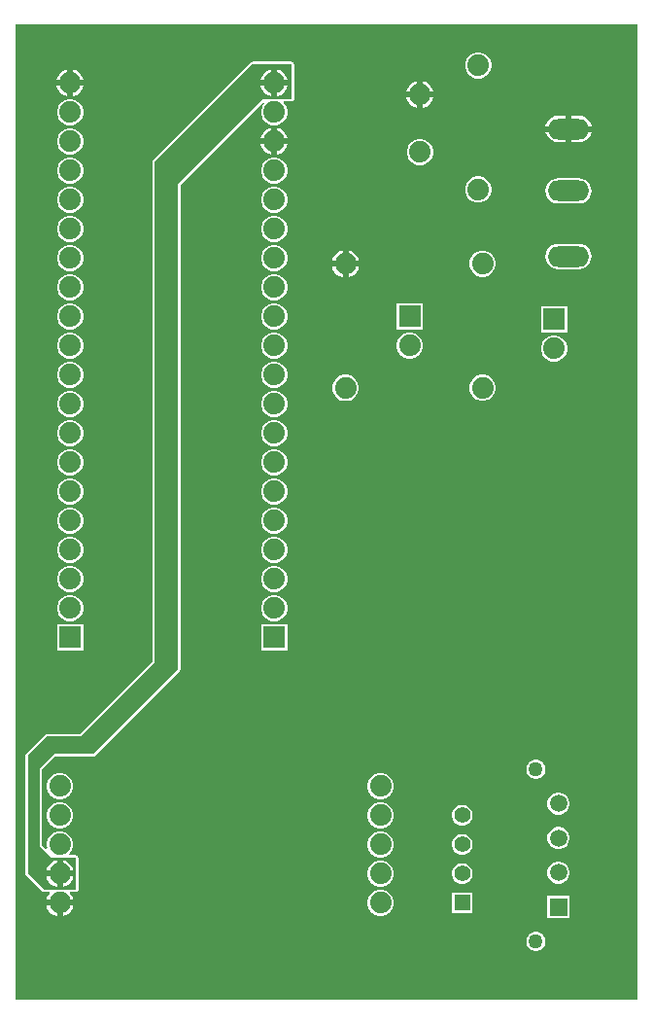
<source format=gbl>
G04*
G04 #@! TF.GenerationSoftware,Altium Limited,Altium Designer,22.8.2 (66)*
G04*
G04 Layer_Physical_Order=2*
G04 Layer_Color=16711680*
%FSLAX25Y25*%
%MOIN*%
G70*
G04*
G04 #@! TF.SameCoordinates,4CFF4697-AE4C-4395-87EC-722ADA673B8C*
G04*
G04*
G04 #@! TF.FilePolarity,Positive*
G04*
G01*
G75*
%ADD25C,0.07400*%
%ADD26R,0.07400X0.07400*%
%ADD27R,0.05984X0.05984*%
%ADD28C,0.05984*%
%ADD29C,0.05000*%
%ADD30R,0.05500X0.05500*%
%ADD31C,0.05500*%
%ADD32O,0.14173X0.07087*%
%ADD33R,0.07400X0.07400*%
G36*
X214197Y803D02*
X803D01*
Y335197D01*
X214197D01*
Y803D01*
D02*
G37*
%LPC*%
G36*
X160092Y325559D02*
X158908D01*
X157763Y325252D01*
X156737Y324660D01*
X155899Y323822D01*
X155307Y322796D01*
X155000Y321652D01*
Y320467D01*
X155307Y319322D01*
X155899Y318296D01*
X156737Y317458D01*
X157763Y316866D01*
X158908Y316559D01*
X160092D01*
X161237Y316866D01*
X162263Y317458D01*
X163101Y318296D01*
X163693Y319322D01*
X164000Y320467D01*
Y321652D01*
X163693Y322796D01*
X163101Y323822D01*
X162263Y324660D01*
X161237Y325252D01*
X160092Y325559D01*
D02*
G37*
G36*
X20500Y319598D02*
Y316000D01*
X24098D01*
X23880Y316814D01*
X23261Y317886D01*
X22386Y318761D01*
X21314Y319380D01*
X20500Y319598D01*
D02*
G37*
G36*
X18500D02*
X17686Y319380D01*
X16614Y318761D01*
X15739Y317886D01*
X15120Y316814D01*
X14902Y316000D01*
X18500D01*
Y319598D01*
D02*
G37*
G36*
X140500Y315598D02*
Y312000D01*
X144098D01*
X143880Y312814D01*
X143261Y313886D01*
X142386Y314761D01*
X141314Y315380D01*
X140500Y315598D01*
D02*
G37*
G36*
X138500D02*
X137686Y315380D01*
X136614Y314761D01*
X135739Y313886D01*
X135120Y312814D01*
X134902Y312000D01*
X138500D01*
Y315598D01*
D02*
G37*
G36*
X24098Y314000D02*
X20500D01*
Y310402D01*
X21314Y310620D01*
X22386Y311239D01*
X23261Y312114D01*
X23880Y313186D01*
X24098Y314000D01*
D02*
G37*
G36*
X18500D02*
X14902D01*
X15120Y313186D01*
X15739Y312114D01*
X16614Y311239D01*
X17686Y310620D01*
X18500Y310402D01*
Y314000D01*
D02*
G37*
G36*
X144098Y310000D02*
X140500D01*
Y306402D01*
X141314Y306620D01*
X142386Y307239D01*
X143261Y308114D01*
X143880Y309186D01*
X144098Y310000D01*
D02*
G37*
G36*
X138500D02*
X134902D01*
X135120Y309186D01*
X135739Y308114D01*
X136614Y307239D01*
X137686Y306620D01*
X138500Y306402D01*
Y310000D01*
D02*
G37*
G36*
X95500Y322316D02*
X82000D01*
X81688Y322254D01*
X81423Y322077D01*
X81423Y322077D01*
X47923Y288577D01*
X47746Y288312D01*
X47684Y288000D01*
X47684Y288000D01*
X47684Y116838D01*
X22662Y91816D01*
X11500D01*
X11500Y91816D01*
X11188Y91754D01*
X10923Y91577D01*
X10923Y91577D01*
X4423Y85077D01*
X4246Y84812D01*
X4184Y84500D01*
X4184Y84500D01*
Y44000D01*
X4246Y43688D01*
X4423Y43423D01*
X4423Y43423D01*
X9923Y37923D01*
X10188Y37746D01*
X10500Y37684D01*
X10500Y37684D01*
X12384D01*
X12576Y37222D01*
X12239Y36886D01*
X11620Y35814D01*
X11402Y35000D01*
X16000D01*
X20598D01*
X20380Y35814D01*
X19761Y36886D01*
X19424Y37222D01*
X19616Y37684D01*
X21500D01*
X21812Y37746D01*
X22077Y37923D01*
X22254Y38188D01*
X22316Y38500D01*
Y49500D01*
X22254Y49812D01*
X22077Y50077D01*
X21812Y50254D01*
X21500Y50316D01*
X19387D01*
X19180Y50816D01*
X19601Y51237D01*
X20193Y52263D01*
X20500Y53408D01*
Y54592D01*
X20193Y55737D01*
X19601Y56763D01*
X18763Y57601D01*
X17737Y58193D01*
X16592Y58500D01*
X15408D01*
X14263Y58193D01*
X13237Y57601D01*
X12399Y56763D01*
X11807Y55737D01*
X11500Y54592D01*
Y53408D01*
X11700Y52661D01*
X11252Y52402D01*
X9816Y53838D01*
Y79662D01*
X14338Y84184D01*
X27500D01*
X27812Y84246D01*
X28077Y84423D01*
X28077Y84423D01*
X57077Y113423D01*
X57254Y113688D01*
X57316Y114000D01*
X57316Y114000D01*
X57316Y280162D01*
X85651Y308498D01*
X85891Y308462D01*
X86067Y307931D01*
X85899Y307763D01*
X85307Y306737D01*
X85000Y305592D01*
Y304408D01*
X85307Y303263D01*
X85899Y302237D01*
X86737Y301399D01*
X87763Y300807D01*
X88908Y300500D01*
X90092D01*
X91237Y300807D01*
X92263Y301399D01*
X93101Y302237D01*
X93693Y303263D01*
X94000Y304408D01*
Y305592D01*
X93693Y306737D01*
X93101Y307763D01*
X92680Y308184D01*
X92887Y308684D01*
X95500D01*
X95812Y308746D01*
X96077Y308923D01*
X96254Y309188D01*
X96316Y309500D01*
Y321500D01*
X96254Y321812D01*
X96077Y322077D01*
X95812Y322254D01*
X95500Y322316D01*
D02*
G37*
G36*
X20092Y309500D02*
X18908D01*
X17763Y309193D01*
X16737Y308601D01*
X15899Y307763D01*
X15307Y306737D01*
X15000Y305592D01*
Y304408D01*
X15307Y303263D01*
X15899Y302237D01*
X16737Y301399D01*
X17763Y300807D01*
X18908Y300500D01*
X20092D01*
X21237Y300807D01*
X22263Y301399D01*
X23101Y302237D01*
X23693Y303263D01*
X24000Y304408D01*
Y305592D01*
X23693Y306737D01*
X23101Y307763D01*
X22263Y308601D01*
X21237Y309193D01*
X20092Y309500D01*
D02*
G37*
G36*
X194043Y303842D02*
X191500D01*
Y300260D01*
X198494D01*
X198470Y300446D01*
X198012Y301551D01*
X197284Y302500D01*
X196335Y303228D01*
X195229Y303686D01*
X194043Y303842D01*
D02*
G37*
G36*
X189500D02*
X186957D01*
X185771Y303686D01*
X184665Y303228D01*
X183716Y302500D01*
X182988Y301551D01*
X182530Y300446D01*
X182506Y300260D01*
X189500D01*
Y303842D01*
D02*
G37*
G36*
X90500Y299598D02*
Y296000D01*
X94098D01*
X93880Y296814D01*
X93261Y297886D01*
X92386Y298761D01*
X91314Y299380D01*
X90500Y299598D01*
D02*
G37*
G36*
X88500D02*
X87686Y299380D01*
X86614Y298761D01*
X85739Y297886D01*
X85120Y296814D01*
X84902Y296000D01*
X88500D01*
Y299598D01*
D02*
G37*
G36*
X198494Y298260D02*
X191500D01*
Y294677D01*
X194043D01*
X195229Y294833D01*
X196335Y295291D01*
X197284Y296020D01*
X198012Y296969D01*
X198470Y298074D01*
X198494Y298260D01*
D02*
G37*
G36*
X189500D02*
X182506D01*
X182530Y298074D01*
X182988Y296969D01*
X183716Y296020D01*
X184665Y295291D01*
X185771Y294833D01*
X186957Y294677D01*
X189500D01*
Y298260D01*
D02*
G37*
G36*
X20092Y299500D02*
X18908D01*
X17763Y299193D01*
X16737Y298601D01*
X15899Y297763D01*
X15307Y296737D01*
X15000Y295592D01*
Y294408D01*
X15307Y293263D01*
X15899Y292237D01*
X16737Y291399D01*
X17763Y290807D01*
X18908Y290500D01*
X20092D01*
X21237Y290807D01*
X22263Y291399D01*
X23101Y292237D01*
X23693Y293263D01*
X24000Y294408D01*
Y295592D01*
X23693Y296737D01*
X23101Y297763D01*
X22263Y298601D01*
X21237Y299193D01*
X20092Y299500D01*
D02*
G37*
G36*
X94098Y294000D02*
X90500D01*
Y290402D01*
X91314Y290620D01*
X92386Y291239D01*
X93261Y292114D01*
X93880Y293186D01*
X94098Y294000D01*
D02*
G37*
G36*
X88500D02*
X84902D01*
X85120Y293186D01*
X85739Y292114D01*
X86614Y291239D01*
X87686Y290620D01*
X88500Y290402D01*
Y294000D01*
D02*
G37*
G36*
X140092Y295800D02*
X138908D01*
X137763Y295493D01*
X136737Y294901D01*
X135899Y294063D01*
X135307Y293037D01*
X135000Y291892D01*
Y290708D01*
X135307Y289563D01*
X135899Y288537D01*
X136737Y287699D01*
X137763Y287107D01*
X138908Y286800D01*
X140092D01*
X141237Y287107D01*
X142263Y287699D01*
X143101Y288537D01*
X143693Y289563D01*
X144000Y290708D01*
Y291892D01*
X143693Y293037D01*
X143101Y294063D01*
X142263Y294901D01*
X141237Y295493D01*
X140092Y295800D01*
D02*
G37*
G36*
X90092Y289500D02*
X88908D01*
X87763Y289193D01*
X86737Y288601D01*
X85899Y287763D01*
X85307Y286737D01*
X85000Y285592D01*
Y284408D01*
X85307Y283263D01*
X85899Y282237D01*
X86737Y281399D01*
X87763Y280807D01*
X88908Y280500D01*
X90092D01*
X91237Y280807D01*
X92263Y281399D01*
X93101Y282237D01*
X93693Y283263D01*
X94000Y284408D01*
Y285592D01*
X93693Y286737D01*
X93101Y287763D01*
X92263Y288601D01*
X91237Y289193D01*
X90092Y289500D01*
D02*
G37*
G36*
X20092D02*
X18908D01*
X17763Y289193D01*
X16737Y288601D01*
X15899Y287763D01*
X15307Y286737D01*
X15000Y285592D01*
Y284408D01*
X15307Y283263D01*
X15899Y282237D01*
X16737Y281399D01*
X17763Y280807D01*
X18908Y280500D01*
X20092D01*
X21237Y280807D01*
X22263Y281399D01*
X23101Y282237D01*
X23693Y283263D01*
X24000Y284408D01*
Y285592D01*
X23693Y286737D01*
X23101Y287763D01*
X22263Y288601D01*
X21237Y289193D01*
X20092Y289500D01*
D02*
G37*
G36*
X160092Y283000D02*
X158908D01*
X157763Y282693D01*
X156737Y282101D01*
X155899Y281263D01*
X155307Y280237D01*
X155000Y279092D01*
Y277908D01*
X155307Y276763D01*
X155899Y275737D01*
X156737Y274899D01*
X157763Y274307D01*
X158908Y274000D01*
X160092D01*
X161237Y274307D01*
X162263Y274899D01*
X163101Y275737D01*
X163693Y276763D01*
X164000Y277908D01*
Y279092D01*
X163693Y280237D01*
X163101Y281263D01*
X162263Y282101D01*
X161237Y282693D01*
X160092Y283000D01*
D02*
G37*
G36*
X194043Y282381D02*
X186957D01*
X185823Y282231D01*
X184766Y281794D01*
X183859Y281098D01*
X183163Y280190D01*
X182725Y279134D01*
X182576Y278000D01*
X182725Y276866D01*
X183163Y275810D01*
X183859Y274902D01*
X184766Y274206D01*
X185823Y273768D01*
X186957Y273619D01*
X194043D01*
X195177Y273768D01*
X196234Y274206D01*
X197141Y274902D01*
X197837Y275810D01*
X198275Y276866D01*
X198424Y278000D01*
X198275Y279134D01*
X197837Y280190D01*
X197141Y281098D01*
X196234Y281794D01*
X195177Y282231D01*
X194043Y282381D01*
D02*
G37*
G36*
X90092Y279500D02*
X88908D01*
X87763Y279193D01*
X86737Y278601D01*
X85899Y277763D01*
X85307Y276737D01*
X85000Y275592D01*
Y274408D01*
X85307Y273263D01*
X85899Y272237D01*
X86737Y271399D01*
X87763Y270807D01*
X88908Y270500D01*
X90092D01*
X91237Y270807D01*
X92263Y271399D01*
X93101Y272237D01*
X93693Y273263D01*
X94000Y274408D01*
Y275592D01*
X93693Y276737D01*
X93101Y277763D01*
X92263Y278601D01*
X91237Y279193D01*
X90092Y279500D01*
D02*
G37*
G36*
X20092D02*
X18908D01*
X17763Y279193D01*
X16737Y278601D01*
X15899Y277763D01*
X15307Y276737D01*
X15000Y275592D01*
Y274408D01*
X15307Y273263D01*
X15899Y272237D01*
X16737Y271399D01*
X17763Y270807D01*
X18908Y270500D01*
X20092D01*
X21237Y270807D01*
X22263Y271399D01*
X23101Y272237D01*
X23693Y273263D01*
X24000Y274408D01*
Y275592D01*
X23693Y276737D01*
X23101Y277763D01*
X22263Y278601D01*
X21237Y279193D01*
X20092Y279500D01*
D02*
G37*
G36*
X90092Y269500D02*
X88908D01*
X87763Y269193D01*
X86737Y268601D01*
X85899Y267763D01*
X85307Y266737D01*
X85000Y265592D01*
Y264408D01*
X85307Y263263D01*
X85899Y262237D01*
X86737Y261399D01*
X87763Y260807D01*
X88908Y260500D01*
X90092D01*
X91237Y260807D01*
X92263Y261399D01*
X93101Y262237D01*
X93693Y263263D01*
X94000Y264408D01*
Y265592D01*
X93693Y266737D01*
X93101Y267763D01*
X92263Y268601D01*
X91237Y269193D01*
X90092Y269500D01*
D02*
G37*
G36*
X20092D02*
X18908D01*
X17763Y269193D01*
X16737Y268601D01*
X15899Y267763D01*
X15307Y266737D01*
X15000Y265592D01*
Y264408D01*
X15307Y263263D01*
X15899Y262237D01*
X16737Y261399D01*
X17763Y260807D01*
X18908Y260500D01*
X20092D01*
X21237Y260807D01*
X22263Y261399D01*
X23101Y262237D01*
X23693Y263263D01*
X24000Y264408D01*
Y265592D01*
X23693Y266737D01*
X23101Y267763D01*
X22263Y268601D01*
X21237Y269193D01*
X20092Y269500D01*
D02*
G37*
G36*
X115000Y257598D02*
Y254000D01*
X118598D01*
X118380Y254814D01*
X117761Y255886D01*
X116886Y256761D01*
X115814Y257380D01*
X115000Y257598D01*
D02*
G37*
G36*
X113000D02*
X112186Y257380D01*
X111114Y256761D01*
X110239Y255886D01*
X109620Y254814D01*
X109402Y254000D01*
X113000D01*
Y257598D01*
D02*
G37*
G36*
X194043Y259940D02*
X186957D01*
X185823Y259791D01*
X184766Y259353D01*
X183859Y258657D01*
X183163Y257749D01*
X182725Y256693D01*
X182576Y255559D01*
X182725Y254425D01*
X183163Y253369D01*
X183859Y252461D01*
X184766Y251765D01*
X185823Y251328D01*
X186957Y251178D01*
X194043D01*
X195177Y251328D01*
X196234Y251765D01*
X197141Y252461D01*
X197837Y253369D01*
X198275Y254425D01*
X198424Y255559D01*
X198275Y256693D01*
X197837Y257749D01*
X197141Y258657D01*
X196234Y259353D01*
X195177Y259791D01*
X194043Y259940D01*
D02*
G37*
G36*
X90092Y259500D02*
X88908D01*
X87763Y259193D01*
X86737Y258601D01*
X85899Y257763D01*
X85307Y256737D01*
X85000Y255592D01*
Y254408D01*
X85307Y253263D01*
X85899Y252237D01*
X86737Y251399D01*
X87763Y250807D01*
X88908Y250500D01*
X90092D01*
X91237Y250807D01*
X92263Y251399D01*
X93101Y252237D01*
X93693Y253263D01*
X94000Y254408D01*
Y255592D01*
X93693Y256737D01*
X93101Y257763D01*
X92263Y258601D01*
X91237Y259193D01*
X90092Y259500D01*
D02*
G37*
G36*
X20092D02*
X18908D01*
X17763Y259193D01*
X16737Y258601D01*
X15899Y257763D01*
X15307Y256737D01*
X15000Y255592D01*
Y254408D01*
X15307Y253263D01*
X15899Y252237D01*
X16737Y251399D01*
X17763Y250807D01*
X18908Y250500D01*
X20092D01*
X21237Y250807D01*
X22263Y251399D01*
X23101Y252237D01*
X23693Y253263D01*
X24000Y254408D01*
Y255592D01*
X23693Y256737D01*
X23101Y257763D01*
X22263Y258601D01*
X21237Y259193D01*
X20092Y259500D01*
D02*
G37*
G36*
X161592Y257559D02*
X160408D01*
X159263Y257252D01*
X158237Y256660D01*
X157399Y255822D01*
X156807Y254796D01*
X156500Y253651D01*
Y252467D01*
X156807Y251322D01*
X157399Y250296D01*
X158237Y249458D01*
X159263Y248866D01*
X160408Y248559D01*
X161592D01*
X162737Y248866D01*
X163763Y249458D01*
X164601Y250296D01*
X165193Y251322D01*
X165500Y252467D01*
Y253651D01*
X165193Y254796D01*
X164601Y255822D01*
X163763Y256660D01*
X162737Y257252D01*
X161592Y257559D01*
D02*
G37*
G36*
X118598Y252000D02*
X115000D01*
Y248402D01*
X115814Y248620D01*
X116886Y249239D01*
X117761Y250114D01*
X118380Y251186D01*
X118598Y252000D01*
D02*
G37*
G36*
X113000D02*
X109402D01*
X109620Y251186D01*
X110239Y250114D01*
X111114Y249239D01*
X112186Y248620D01*
X113000Y248402D01*
Y252000D01*
D02*
G37*
G36*
X90092Y249500D02*
X88908D01*
X87763Y249193D01*
X86737Y248601D01*
X85899Y247763D01*
X85307Y246737D01*
X85000Y245592D01*
Y244408D01*
X85307Y243263D01*
X85899Y242237D01*
X86737Y241399D01*
X87763Y240807D01*
X88908Y240500D01*
X90092D01*
X91237Y240807D01*
X92263Y241399D01*
X93101Y242237D01*
X93693Y243263D01*
X94000Y244408D01*
Y245592D01*
X93693Y246737D01*
X93101Y247763D01*
X92263Y248601D01*
X91237Y249193D01*
X90092Y249500D01*
D02*
G37*
G36*
X20092D02*
X18908D01*
X17763Y249193D01*
X16737Y248601D01*
X15899Y247763D01*
X15307Y246737D01*
X15000Y245592D01*
Y244408D01*
X15307Y243263D01*
X15899Y242237D01*
X16737Y241399D01*
X17763Y240807D01*
X18908Y240500D01*
X20092D01*
X21237Y240807D01*
X22263Y241399D01*
X23101Y242237D01*
X23693Y243263D01*
X24000Y244408D01*
Y245592D01*
X23693Y246737D01*
X23101Y247763D01*
X22263Y248601D01*
X21237Y249193D01*
X20092Y249500D01*
D02*
G37*
G36*
X140500Y239500D02*
X131500D01*
Y230500D01*
X140500D01*
Y239500D01*
D02*
G37*
G36*
X90092D02*
X88908D01*
X87763Y239193D01*
X86737Y238601D01*
X85899Y237763D01*
X85307Y236737D01*
X85000Y235592D01*
Y234408D01*
X85307Y233263D01*
X85899Y232237D01*
X86737Y231399D01*
X87763Y230807D01*
X88908Y230500D01*
X90092D01*
X91237Y230807D01*
X92263Y231399D01*
X93101Y232237D01*
X93693Y233263D01*
X94000Y234408D01*
Y235592D01*
X93693Y236737D01*
X93101Y237763D01*
X92263Y238601D01*
X91237Y239193D01*
X90092Y239500D01*
D02*
G37*
G36*
X20092D02*
X18908D01*
X17763Y239193D01*
X16737Y238601D01*
X15899Y237763D01*
X15307Y236737D01*
X15000Y235592D01*
Y234408D01*
X15307Y233263D01*
X15899Y232237D01*
X16737Y231399D01*
X17763Y230807D01*
X18908Y230500D01*
X20092D01*
X21237Y230807D01*
X22263Y231399D01*
X23101Y232237D01*
X23693Y233263D01*
X24000Y234408D01*
Y235592D01*
X23693Y236737D01*
X23101Y237763D01*
X22263Y238601D01*
X21237Y239193D01*
X20092Y239500D01*
D02*
G37*
G36*
X190000Y238500D02*
X181000D01*
Y229500D01*
X190000D01*
Y238500D01*
D02*
G37*
G36*
X136592Y229500D02*
X135408D01*
X134263Y229193D01*
X133237Y228601D01*
X132399Y227763D01*
X131807Y226737D01*
X131500Y225592D01*
Y224408D01*
X131807Y223263D01*
X132399Y222237D01*
X133237Y221399D01*
X134263Y220807D01*
X135408Y220500D01*
X136592D01*
X137737Y220807D01*
X138763Y221399D01*
X139601Y222237D01*
X140193Y223263D01*
X140500Y224408D01*
Y225592D01*
X140193Y226737D01*
X139601Y227763D01*
X138763Y228601D01*
X137737Y229193D01*
X136592Y229500D01*
D02*
G37*
G36*
X90092D02*
X88908D01*
X87763Y229193D01*
X86737Y228601D01*
X85899Y227763D01*
X85307Y226737D01*
X85000Y225592D01*
Y224408D01*
X85307Y223263D01*
X85899Y222237D01*
X86737Y221399D01*
X87763Y220807D01*
X88908Y220500D01*
X90092D01*
X91237Y220807D01*
X92263Y221399D01*
X93101Y222237D01*
X93693Y223263D01*
X94000Y224408D01*
Y225592D01*
X93693Y226737D01*
X93101Y227763D01*
X92263Y228601D01*
X91237Y229193D01*
X90092Y229500D01*
D02*
G37*
G36*
X20092D02*
X18908D01*
X17763Y229193D01*
X16737Y228601D01*
X15899Y227763D01*
X15307Y226737D01*
X15000Y225592D01*
Y224408D01*
X15307Y223263D01*
X15899Y222237D01*
X16737Y221399D01*
X17763Y220807D01*
X18908Y220500D01*
X20092D01*
X21237Y220807D01*
X22263Y221399D01*
X23101Y222237D01*
X23693Y223263D01*
X24000Y224408D01*
Y225592D01*
X23693Y226737D01*
X23101Y227763D01*
X22263Y228601D01*
X21237Y229193D01*
X20092Y229500D01*
D02*
G37*
G36*
X186092Y228500D02*
X184908D01*
X183763Y228193D01*
X182737Y227601D01*
X181899Y226763D01*
X181307Y225737D01*
X181000Y224592D01*
Y223408D01*
X181307Y222263D01*
X181899Y221237D01*
X182737Y220399D01*
X183763Y219807D01*
X184908Y219500D01*
X186092D01*
X187237Y219807D01*
X188263Y220399D01*
X189101Y221237D01*
X189693Y222263D01*
X190000Y223408D01*
Y224592D01*
X189693Y225737D01*
X189101Y226763D01*
X188263Y227601D01*
X187237Y228193D01*
X186092Y228500D01*
D02*
G37*
G36*
X90092Y219500D02*
X88908D01*
X87763Y219193D01*
X86737Y218601D01*
X85899Y217763D01*
X85307Y216737D01*
X85000Y215592D01*
Y214408D01*
X85307Y213263D01*
X85899Y212237D01*
X86737Y211399D01*
X87763Y210807D01*
X88908Y210500D01*
X90092D01*
X91237Y210807D01*
X92263Y211399D01*
X93101Y212237D01*
X93693Y213263D01*
X94000Y214408D01*
Y215592D01*
X93693Y216737D01*
X93101Y217763D01*
X92263Y218601D01*
X91237Y219193D01*
X90092Y219500D01*
D02*
G37*
G36*
X20092D02*
X18908D01*
X17763Y219193D01*
X16737Y218601D01*
X15899Y217763D01*
X15307Y216737D01*
X15000Y215592D01*
Y214408D01*
X15307Y213263D01*
X15899Y212237D01*
X16737Y211399D01*
X17763Y210807D01*
X18908Y210500D01*
X20092D01*
X21237Y210807D01*
X22263Y211399D01*
X23101Y212237D01*
X23693Y213263D01*
X24000Y214408D01*
Y215592D01*
X23693Y216737D01*
X23101Y217763D01*
X22263Y218601D01*
X21237Y219193D01*
X20092Y219500D01*
D02*
G37*
G36*
X161592Y215000D02*
X160408D01*
X159263Y214693D01*
X158237Y214101D01*
X157399Y213263D01*
X156807Y212237D01*
X156500Y211092D01*
Y209908D01*
X156807Y208763D01*
X157399Y207737D01*
X158237Y206899D01*
X159263Y206307D01*
X160408Y206000D01*
X161592D01*
X162737Y206307D01*
X163763Y206899D01*
X164601Y207737D01*
X165193Y208763D01*
X165500Y209908D01*
Y211092D01*
X165193Y212237D01*
X164601Y213263D01*
X163763Y214101D01*
X162737Y214693D01*
X161592Y215000D01*
D02*
G37*
G36*
X114592Y214941D02*
X113408D01*
X112263Y214634D01*
X111237Y214042D01*
X110399Y213204D01*
X109807Y212178D01*
X109500Y211033D01*
Y209848D01*
X109807Y208704D01*
X110399Y207678D01*
X111237Y206840D01*
X112263Y206248D01*
X113408Y205941D01*
X114592D01*
X115737Y206248D01*
X116763Y206840D01*
X117601Y207678D01*
X118193Y208704D01*
X118500Y209848D01*
Y211033D01*
X118193Y212178D01*
X117601Y213204D01*
X116763Y214042D01*
X115737Y214634D01*
X114592Y214941D01*
D02*
G37*
G36*
X90092Y209500D02*
X88908D01*
X87763Y209193D01*
X86737Y208601D01*
X85899Y207763D01*
X85307Y206737D01*
X85000Y205592D01*
Y204408D01*
X85307Y203263D01*
X85899Y202237D01*
X86737Y201399D01*
X87763Y200807D01*
X88908Y200500D01*
X90092D01*
X91237Y200807D01*
X92263Y201399D01*
X93101Y202237D01*
X93693Y203263D01*
X94000Y204408D01*
Y205592D01*
X93693Y206737D01*
X93101Y207763D01*
X92263Y208601D01*
X91237Y209193D01*
X90092Y209500D01*
D02*
G37*
G36*
X20092D02*
X18908D01*
X17763Y209193D01*
X16737Y208601D01*
X15899Y207763D01*
X15307Y206737D01*
X15000Y205592D01*
Y204408D01*
X15307Y203263D01*
X15899Y202237D01*
X16737Y201399D01*
X17763Y200807D01*
X18908Y200500D01*
X20092D01*
X21237Y200807D01*
X22263Y201399D01*
X23101Y202237D01*
X23693Y203263D01*
X24000Y204408D01*
Y205592D01*
X23693Y206737D01*
X23101Y207763D01*
X22263Y208601D01*
X21237Y209193D01*
X20092Y209500D01*
D02*
G37*
G36*
X90092Y199500D02*
X88908D01*
X87763Y199193D01*
X86737Y198601D01*
X85899Y197763D01*
X85307Y196737D01*
X85000Y195592D01*
Y194408D01*
X85307Y193263D01*
X85899Y192237D01*
X86737Y191399D01*
X87763Y190807D01*
X88908Y190500D01*
X90092D01*
X91237Y190807D01*
X92263Y191399D01*
X93101Y192237D01*
X93693Y193263D01*
X94000Y194408D01*
Y195592D01*
X93693Y196737D01*
X93101Y197763D01*
X92263Y198601D01*
X91237Y199193D01*
X90092Y199500D01*
D02*
G37*
G36*
X20092D02*
X18908D01*
X17763Y199193D01*
X16737Y198601D01*
X15899Y197763D01*
X15307Y196737D01*
X15000Y195592D01*
Y194408D01*
X15307Y193263D01*
X15899Y192237D01*
X16737Y191399D01*
X17763Y190807D01*
X18908Y190500D01*
X20092D01*
X21237Y190807D01*
X22263Y191399D01*
X23101Y192237D01*
X23693Y193263D01*
X24000Y194408D01*
Y195592D01*
X23693Y196737D01*
X23101Y197763D01*
X22263Y198601D01*
X21237Y199193D01*
X20092Y199500D01*
D02*
G37*
G36*
X90092Y189500D02*
X88908D01*
X87763Y189193D01*
X86737Y188601D01*
X85899Y187763D01*
X85307Y186737D01*
X85000Y185592D01*
Y184408D01*
X85307Y183263D01*
X85899Y182237D01*
X86737Y181399D01*
X87763Y180807D01*
X88908Y180500D01*
X90092D01*
X91237Y180807D01*
X92263Y181399D01*
X93101Y182237D01*
X93693Y183263D01*
X94000Y184408D01*
Y185592D01*
X93693Y186737D01*
X93101Y187763D01*
X92263Y188601D01*
X91237Y189193D01*
X90092Y189500D01*
D02*
G37*
G36*
X20092D02*
X18908D01*
X17763Y189193D01*
X16737Y188601D01*
X15899Y187763D01*
X15307Y186737D01*
X15000Y185592D01*
Y184408D01*
X15307Y183263D01*
X15899Y182237D01*
X16737Y181399D01*
X17763Y180807D01*
X18908Y180500D01*
X20092D01*
X21237Y180807D01*
X22263Y181399D01*
X23101Y182237D01*
X23693Y183263D01*
X24000Y184408D01*
Y185592D01*
X23693Y186737D01*
X23101Y187763D01*
X22263Y188601D01*
X21237Y189193D01*
X20092Y189500D01*
D02*
G37*
G36*
X90092Y179500D02*
X88908D01*
X87763Y179193D01*
X86737Y178601D01*
X85899Y177763D01*
X85307Y176737D01*
X85000Y175592D01*
Y174408D01*
X85307Y173263D01*
X85899Y172237D01*
X86737Y171399D01*
X87763Y170807D01*
X88908Y170500D01*
X90092D01*
X91237Y170807D01*
X92263Y171399D01*
X93101Y172237D01*
X93693Y173263D01*
X94000Y174408D01*
Y175592D01*
X93693Y176737D01*
X93101Y177763D01*
X92263Y178601D01*
X91237Y179193D01*
X90092Y179500D01*
D02*
G37*
G36*
X20092D02*
X18908D01*
X17763Y179193D01*
X16737Y178601D01*
X15899Y177763D01*
X15307Y176737D01*
X15000Y175592D01*
Y174408D01*
X15307Y173263D01*
X15899Y172237D01*
X16737Y171399D01*
X17763Y170807D01*
X18908Y170500D01*
X20092D01*
X21237Y170807D01*
X22263Y171399D01*
X23101Y172237D01*
X23693Y173263D01*
X24000Y174408D01*
Y175592D01*
X23693Y176737D01*
X23101Y177763D01*
X22263Y178601D01*
X21237Y179193D01*
X20092Y179500D01*
D02*
G37*
G36*
X90092Y169500D02*
X88908D01*
X87763Y169193D01*
X86737Y168601D01*
X85899Y167763D01*
X85307Y166737D01*
X85000Y165592D01*
Y164408D01*
X85307Y163263D01*
X85899Y162237D01*
X86737Y161399D01*
X87763Y160807D01*
X88908Y160500D01*
X90092D01*
X91237Y160807D01*
X92263Y161399D01*
X93101Y162237D01*
X93693Y163263D01*
X94000Y164408D01*
Y165592D01*
X93693Y166737D01*
X93101Y167763D01*
X92263Y168601D01*
X91237Y169193D01*
X90092Y169500D01*
D02*
G37*
G36*
X20092D02*
X18908D01*
X17763Y169193D01*
X16737Y168601D01*
X15899Y167763D01*
X15307Y166737D01*
X15000Y165592D01*
Y164408D01*
X15307Y163263D01*
X15899Y162237D01*
X16737Y161399D01*
X17763Y160807D01*
X18908Y160500D01*
X20092D01*
X21237Y160807D01*
X22263Y161399D01*
X23101Y162237D01*
X23693Y163263D01*
X24000Y164408D01*
Y165592D01*
X23693Y166737D01*
X23101Y167763D01*
X22263Y168601D01*
X21237Y169193D01*
X20092Y169500D01*
D02*
G37*
G36*
X90092Y159500D02*
X88908D01*
X87763Y159193D01*
X86737Y158601D01*
X85899Y157763D01*
X85307Y156737D01*
X85000Y155592D01*
Y154408D01*
X85307Y153263D01*
X85899Y152237D01*
X86737Y151399D01*
X87763Y150807D01*
X88908Y150500D01*
X90092D01*
X91237Y150807D01*
X92263Y151399D01*
X93101Y152237D01*
X93693Y153263D01*
X94000Y154408D01*
Y155592D01*
X93693Y156737D01*
X93101Y157763D01*
X92263Y158601D01*
X91237Y159193D01*
X90092Y159500D01*
D02*
G37*
G36*
X20092D02*
X18908D01*
X17763Y159193D01*
X16737Y158601D01*
X15899Y157763D01*
X15307Y156737D01*
X15000Y155592D01*
Y154408D01*
X15307Y153263D01*
X15899Y152237D01*
X16737Y151399D01*
X17763Y150807D01*
X18908Y150500D01*
X20092D01*
X21237Y150807D01*
X22263Y151399D01*
X23101Y152237D01*
X23693Y153263D01*
X24000Y154408D01*
Y155592D01*
X23693Y156737D01*
X23101Y157763D01*
X22263Y158601D01*
X21237Y159193D01*
X20092Y159500D01*
D02*
G37*
G36*
X90092Y149500D02*
X88908D01*
X87763Y149193D01*
X86737Y148601D01*
X85899Y147763D01*
X85307Y146737D01*
X85000Y145592D01*
Y144408D01*
X85307Y143263D01*
X85899Y142237D01*
X86737Y141399D01*
X87763Y140807D01*
X88908Y140500D01*
X90092D01*
X91237Y140807D01*
X92263Y141399D01*
X93101Y142237D01*
X93693Y143263D01*
X94000Y144408D01*
Y145592D01*
X93693Y146737D01*
X93101Y147763D01*
X92263Y148601D01*
X91237Y149193D01*
X90092Y149500D01*
D02*
G37*
G36*
X20092D02*
X18908D01*
X17763Y149193D01*
X16737Y148601D01*
X15899Y147763D01*
X15307Y146737D01*
X15000Y145592D01*
Y144408D01*
X15307Y143263D01*
X15899Y142237D01*
X16737Y141399D01*
X17763Y140807D01*
X18908Y140500D01*
X20092D01*
X21237Y140807D01*
X22263Y141399D01*
X23101Y142237D01*
X23693Y143263D01*
X24000Y144408D01*
Y145592D01*
X23693Y146737D01*
X23101Y147763D01*
X22263Y148601D01*
X21237Y149193D01*
X20092Y149500D01*
D02*
G37*
G36*
X90092Y139500D02*
X88908D01*
X87763Y139193D01*
X86737Y138601D01*
X85899Y137763D01*
X85307Y136737D01*
X85000Y135592D01*
Y134408D01*
X85307Y133263D01*
X85899Y132237D01*
X86737Y131399D01*
X87763Y130807D01*
X88908Y130500D01*
X90092D01*
X91237Y130807D01*
X92263Y131399D01*
X93101Y132237D01*
X93693Y133263D01*
X94000Y134408D01*
Y135592D01*
X93693Y136737D01*
X93101Y137763D01*
X92263Y138601D01*
X91237Y139193D01*
X90092Y139500D01*
D02*
G37*
G36*
X20092D02*
X18908D01*
X17763Y139193D01*
X16737Y138601D01*
X15899Y137763D01*
X15307Y136737D01*
X15000Y135592D01*
Y134408D01*
X15307Y133263D01*
X15899Y132237D01*
X16737Y131399D01*
X17763Y130807D01*
X18908Y130500D01*
X20092D01*
X21237Y130807D01*
X22263Y131399D01*
X23101Y132237D01*
X23693Y133263D01*
X24000Y134408D01*
Y135592D01*
X23693Y136737D01*
X23101Y137763D01*
X22263Y138601D01*
X21237Y139193D01*
X20092Y139500D01*
D02*
G37*
G36*
X94000Y129500D02*
X85000D01*
Y120500D01*
X94000D01*
Y129500D01*
D02*
G37*
G36*
X24000D02*
X15000D01*
Y120500D01*
X24000D01*
Y129500D01*
D02*
G37*
G36*
X179719Y83130D02*
X178850D01*
X178010Y82905D01*
X177258Y82471D01*
X176644Y81856D01*
X176209Y81104D01*
X175984Y80264D01*
Y79396D01*
X176209Y78556D01*
X176644Y77804D01*
X177258Y77189D01*
X178010Y76755D01*
X178850Y76530D01*
X179719D01*
X180558Y76755D01*
X181310Y77189D01*
X181925Y77804D01*
X182359Y78556D01*
X182584Y79396D01*
Y80264D01*
X182359Y81104D01*
X181925Y81856D01*
X181310Y82471D01*
X180558Y82905D01*
X179719Y83130D01*
D02*
G37*
G36*
X126592Y78500D02*
X125408D01*
X124263Y78193D01*
X123237Y77601D01*
X122399Y76763D01*
X121807Y75737D01*
X121500Y74592D01*
Y73408D01*
X121807Y72263D01*
X122399Y71237D01*
X123237Y70399D01*
X124263Y69807D01*
X125408Y69500D01*
X126592D01*
X127737Y69807D01*
X128763Y70399D01*
X129601Y71237D01*
X130193Y72263D01*
X130500Y73408D01*
Y74592D01*
X130193Y75737D01*
X129601Y76763D01*
X128763Y77601D01*
X127737Y78193D01*
X126592Y78500D01*
D02*
G37*
G36*
X16592D02*
X15408D01*
X14263Y78193D01*
X13237Y77601D01*
X12399Y76763D01*
X11807Y75737D01*
X11500Y74592D01*
Y73408D01*
X11807Y72263D01*
X12399Y71237D01*
X13237Y70399D01*
X14263Y69807D01*
X15408Y69500D01*
X16592D01*
X17737Y69807D01*
X18763Y70399D01*
X19601Y71237D01*
X20193Y72263D01*
X20500Y73408D01*
Y74592D01*
X20193Y75737D01*
X19601Y76763D01*
X18763Y77601D01*
X17737Y78193D01*
X16592Y78500D01*
D02*
G37*
G36*
X187500Y71811D02*
X186502D01*
X185537Y71553D01*
X184672Y71053D01*
X183966Y70347D01*
X183467Y69483D01*
X183209Y68518D01*
Y67520D01*
X183467Y66555D01*
X183966Y65690D01*
X184672Y64985D01*
X185537Y64485D01*
X186502Y64227D01*
X187500D01*
X188464Y64485D01*
X189329Y64985D01*
X190035Y65690D01*
X190534Y66555D01*
X190793Y67520D01*
Y68518D01*
X190534Y69483D01*
X190035Y70347D01*
X189329Y71053D01*
X188464Y71553D01*
X187500Y71811D01*
D02*
G37*
G36*
X154467Y67550D02*
X153533D01*
X152630Y67308D01*
X151820Y66841D01*
X151159Y66180D01*
X150692Y65370D01*
X150450Y64467D01*
Y63533D01*
X150692Y62630D01*
X151159Y61820D01*
X151820Y61159D01*
X152630Y60692D01*
X153533Y60450D01*
X154467D01*
X155370Y60692D01*
X156180Y61159D01*
X156841Y61820D01*
X157308Y62630D01*
X157550Y63533D01*
Y64467D01*
X157308Y65370D01*
X156841Y66180D01*
X156180Y66841D01*
X155370Y67308D01*
X154467Y67550D01*
D02*
G37*
G36*
X126592Y68500D02*
X125408D01*
X124263Y68193D01*
X123237Y67601D01*
X122399Y66763D01*
X121807Y65737D01*
X121500Y64592D01*
Y63408D01*
X121807Y62263D01*
X122399Y61237D01*
X123237Y60399D01*
X124263Y59807D01*
X125408Y59500D01*
X126592D01*
X127737Y59807D01*
X128763Y60399D01*
X129601Y61237D01*
X130193Y62263D01*
X130500Y63408D01*
Y64592D01*
X130193Y65737D01*
X129601Y66763D01*
X128763Y67601D01*
X127737Y68193D01*
X126592Y68500D01*
D02*
G37*
G36*
X16592D02*
X15408D01*
X14263Y68193D01*
X13237Y67601D01*
X12399Y66763D01*
X11807Y65737D01*
X11500Y64592D01*
Y63408D01*
X11807Y62263D01*
X12399Y61237D01*
X13237Y60399D01*
X14263Y59807D01*
X15408Y59500D01*
X16592D01*
X17737Y59807D01*
X18763Y60399D01*
X19601Y61237D01*
X20193Y62263D01*
X20500Y63408D01*
Y64592D01*
X20193Y65737D01*
X19601Y66763D01*
X18763Y67601D01*
X17737Y68193D01*
X16592Y68500D01*
D02*
G37*
G36*
X187500Y60000D02*
X186502D01*
X185537Y59742D01*
X184672Y59242D01*
X183966Y58536D01*
X183467Y57672D01*
X183209Y56707D01*
Y55709D01*
X183467Y54744D01*
X183966Y53879D01*
X184672Y53173D01*
X185537Y52674D01*
X186502Y52416D01*
X187500D01*
X188464Y52674D01*
X189329Y53173D01*
X190035Y53879D01*
X190534Y54744D01*
X190793Y55709D01*
Y56707D01*
X190534Y57672D01*
X190035Y58536D01*
X189329Y59242D01*
X188464Y59742D01*
X187500Y60000D01*
D02*
G37*
G36*
X154467Y57550D02*
X153533D01*
X152630Y57308D01*
X151820Y56841D01*
X151159Y56180D01*
X150692Y55370D01*
X150450Y54467D01*
Y53533D01*
X150692Y52630D01*
X151159Y51820D01*
X151820Y51159D01*
X152630Y50692D01*
X153533Y50450D01*
X154467D01*
X155370Y50692D01*
X156180Y51159D01*
X156841Y51820D01*
X157308Y52630D01*
X157550Y53533D01*
Y54467D01*
X157308Y55370D01*
X156841Y56180D01*
X156180Y56841D01*
X155370Y57308D01*
X154467Y57550D01*
D02*
G37*
G36*
X126592Y58500D02*
X125408D01*
X124263Y58193D01*
X123237Y57601D01*
X122399Y56763D01*
X121807Y55737D01*
X121500Y54592D01*
Y53408D01*
X121807Y52263D01*
X122399Y51237D01*
X123237Y50399D01*
X124263Y49807D01*
X125408Y49500D01*
X126592D01*
X127737Y49807D01*
X128763Y50399D01*
X129601Y51237D01*
X130193Y52263D01*
X130500Y53408D01*
Y54592D01*
X130193Y55737D01*
X129601Y56763D01*
X128763Y57601D01*
X127737Y58193D01*
X126592Y58500D01*
D02*
G37*
G36*
X187500Y48189D02*
X186502D01*
X185537Y47930D01*
X184672Y47431D01*
X183966Y46725D01*
X183467Y45861D01*
X183209Y44896D01*
Y43898D01*
X183467Y42933D01*
X183966Y42068D01*
X184672Y41362D01*
X185537Y40863D01*
X186502Y40605D01*
X187500D01*
X188464Y40863D01*
X189329Y41362D01*
X190035Y42068D01*
X190534Y42933D01*
X190793Y43898D01*
Y44896D01*
X190534Y45861D01*
X190035Y46725D01*
X189329Y47431D01*
X188464Y47930D01*
X187500Y48189D01*
D02*
G37*
G36*
X154467Y47550D02*
X153533D01*
X152630Y47308D01*
X151820Y46841D01*
X151159Y46180D01*
X150692Y45370D01*
X150450Y44467D01*
Y43533D01*
X150692Y42630D01*
X151159Y41820D01*
X151820Y41159D01*
X152630Y40692D01*
X153533Y40450D01*
X154467D01*
X155370Y40692D01*
X156180Y41159D01*
X156841Y41820D01*
X157308Y42630D01*
X157550Y43533D01*
Y44467D01*
X157308Y45370D01*
X156841Y46180D01*
X156180Y46841D01*
X155370Y47308D01*
X154467Y47550D01*
D02*
G37*
G36*
X126592Y48500D02*
X125408D01*
X124263Y48193D01*
X123237Y47601D01*
X122399Y46763D01*
X121807Y45737D01*
X121500Y44592D01*
Y43408D01*
X121807Y42263D01*
X122399Y41237D01*
X123237Y40399D01*
X124263Y39807D01*
X125408Y39500D01*
X126592D01*
X127737Y39807D01*
X128763Y40399D01*
X129601Y41237D01*
X130193Y42263D01*
X130500Y43408D01*
Y44592D01*
X130193Y45737D01*
X129601Y46763D01*
X128763Y47601D01*
X127737Y48193D01*
X126592Y48500D01*
D02*
G37*
G36*
X157550Y37550D02*
X150450D01*
Y30450D01*
X157550D01*
Y37550D01*
D02*
G37*
G36*
X126592Y38500D02*
X125408D01*
X124263Y38193D01*
X123237Y37601D01*
X122399Y36763D01*
X121807Y35737D01*
X121500Y34592D01*
Y33408D01*
X121807Y32263D01*
X122399Y31237D01*
X123237Y30399D01*
X124263Y29807D01*
X125408Y29500D01*
X126592D01*
X127737Y29807D01*
X128763Y30399D01*
X129601Y31237D01*
X130193Y32263D01*
X130500Y33408D01*
Y34592D01*
X130193Y35737D01*
X129601Y36763D01*
X128763Y37601D01*
X127737Y38193D01*
X126592Y38500D01*
D02*
G37*
G36*
X20598Y33000D02*
X17000D01*
Y29402D01*
X17814Y29620D01*
X18886Y30239D01*
X19761Y31114D01*
X20380Y32186D01*
X20598Y33000D01*
D02*
G37*
G36*
X15000D02*
X11402D01*
X11620Y32186D01*
X12239Y31114D01*
X13114Y30239D01*
X14186Y29620D01*
X15000Y29402D01*
Y33000D01*
D02*
G37*
G36*
X190793Y36378D02*
X183209D01*
Y28794D01*
X190793D01*
Y36378D01*
D02*
G37*
G36*
X179719Y24075D02*
X178850D01*
X178010Y23850D01*
X177258Y23415D01*
X176644Y22801D01*
X176209Y22049D01*
X175984Y21209D01*
Y20340D01*
X176209Y19501D01*
X176644Y18749D01*
X177258Y18134D01*
X178010Y17700D01*
X178850Y17475D01*
X179719D01*
X180558Y17700D01*
X181310Y18134D01*
X181925Y18749D01*
X182359Y19501D01*
X182584Y20340D01*
Y21209D01*
X182359Y22049D01*
X181925Y22801D01*
X181310Y23415D01*
X180558Y23850D01*
X179719Y24075D01*
D02*
G37*
%LPD*%
G36*
X95500Y309500D02*
X85500D01*
X56500Y280500D01*
X56500Y114000D01*
X27500Y85000D01*
X14000D01*
X9000Y80000D01*
Y53500D01*
X13000Y49500D01*
X21500D01*
Y38500D01*
X10500D01*
X5000Y44000D01*
Y84500D01*
X11500Y91000D01*
X23000D01*
X48500Y116500D01*
X48500Y288000D01*
X82000Y321500D01*
X95500D01*
Y309500D01*
D02*
G37*
%LPC*%
G36*
X90500Y319598D02*
Y316000D01*
X94098D01*
X93880Y316814D01*
X93261Y317886D01*
X92386Y318761D01*
X91314Y319380D01*
X90500Y319598D01*
D02*
G37*
G36*
X88500D02*
X87686Y319380D01*
X86614Y318761D01*
X85739Y317886D01*
X85120Y316814D01*
X84902Y316000D01*
X88500D01*
Y319598D01*
D02*
G37*
G36*
X94098Y314000D02*
X90500D01*
Y310402D01*
X91314Y310620D01*
X92386Y311239D01*
X93261Y312114D01*
X93880Y313186D01*
X94098Y314000D01*
D02*
G37*
G36*
X88500D02*
X84902D01*
X85120Y313186D01*
X85739Y312114D01*
X86614Y311239D01*
X87686Y310620D01*
X88500Y310402D01*
Y314000D01*
D02*
G37*
G36*
X17000Y48598D02*
Y45000D01*
X20598D01*
X20380Y45814D01*
X19761Y46886D01*
X18886Y47761D01*
X17814Y48380D01*
X17000Y48598D01*
D02*
G37*
G36*
X15000D02*
X14186Y48380D01*
X13114Y47761D01*
X12239Y46886D01*
X11620Y45814D01*
X11402Y45000D01*
X15000D01*
Y48598D01*
D02*
G37*
G36*
X20598Y43000D02*
X17000D01*
Y39402D01*
X17814Y39620D01*
X18886Y40239D01*
X19761Y41114D01*
X20380Y42186D01*
X20598Y43000D01*
D02*
G37*
G36*
X15000D02*
X11402D01*
X11620Y42186D01*
X12239Y41114D01*
X13114Y40239D01*
X14186Y39620D01*
X15000Y39402D01*
Y43000D01*
D02*
G37*
%LPD*%
D25*
X161000Y253059D02*
D03*
Y210500D02*
D03*
X16000Y74000D02*
D03*
Y64000D02*
D03*
Y54000D02*
D03*
Y44000D02*
D03*
Y34000D02*
D03*
X126000D02*
D03*
Y44000D02*
D03*
Y54000D02*
D03*
Y64000D02*
D03*
Y74000D02*
D03*
X19500Y215000D02*
D03*
Y225000D02*
D03*
Y205000D02*
D03*
Y195000D02*
D03*
Y185000D02*
D03*
Y175000D02*
D03*
Y165000D02*
D03*
Y155000D02*
D03*
Y145000D02*
D03*
Y135000D02*
D03*
Y235000D02*
D03*
Y245000D02*
D03*
Y255000D02*
D03*
Y265000D02*
D03*
Y275000D02*
D03*
Y285000D02*
D03*
Y295000D02*
D03*
Y305000D02*
D03*
Y315000D02*
D03*
X89500Y215000D02*
D03*
Y225000D02*
D03*
Y205000D02*
D03*
Y195000D02*
D03*
Y185000D02*
D03*
Y175000D02*
D03*
Y165000D02*
D03*
Y155000D02*
D03*
Y145000D02*
D03*
Y135000D02*
D03*
Y235000D02*
D03*
Y245000D02*
D03*
Y255000D02*
D03*
Y265000D02*
D03*
Y275000D02*
D03*
Y285000D02*
D03*
Y295000D02*
D03*
Y305000D02*
D03*
Y315000D02*
D03*
X159500Y321059D02*
D03*
Y278500D02*
D03*
X114000Y253000D02*
D03*
Y210441D02*
D03*
X136000Y225000D02*
D03*
X185500Y224000D02*
D03*
X139500Y311000D02*
D03*
Y291300D02*
D03*
D26*
X19500Y125000D02*
D03*
X89500D02*
D03*
D27*
X187001Y32586D02*
D03*
D28*
Y44397D02*
D03*
Y56208D02*
D03*
Y68019D02*
D03*
D29*
X179284Y20775D02*
D03*
Y79830D02*
D03*
D30*
X154000Y34000D02*
D03*
D31*
Y44000D02*
D03*
Y54000D02*
D03*
Y64000D02*
D03*
D32*
X190500Y255559D02*
D03*
Y278000D02*
D03*
Y299260D02*
D03*
D33*
X136000Y235000D02*
D03*
X185500Y234000D02*
D03*
M02*

</source>
